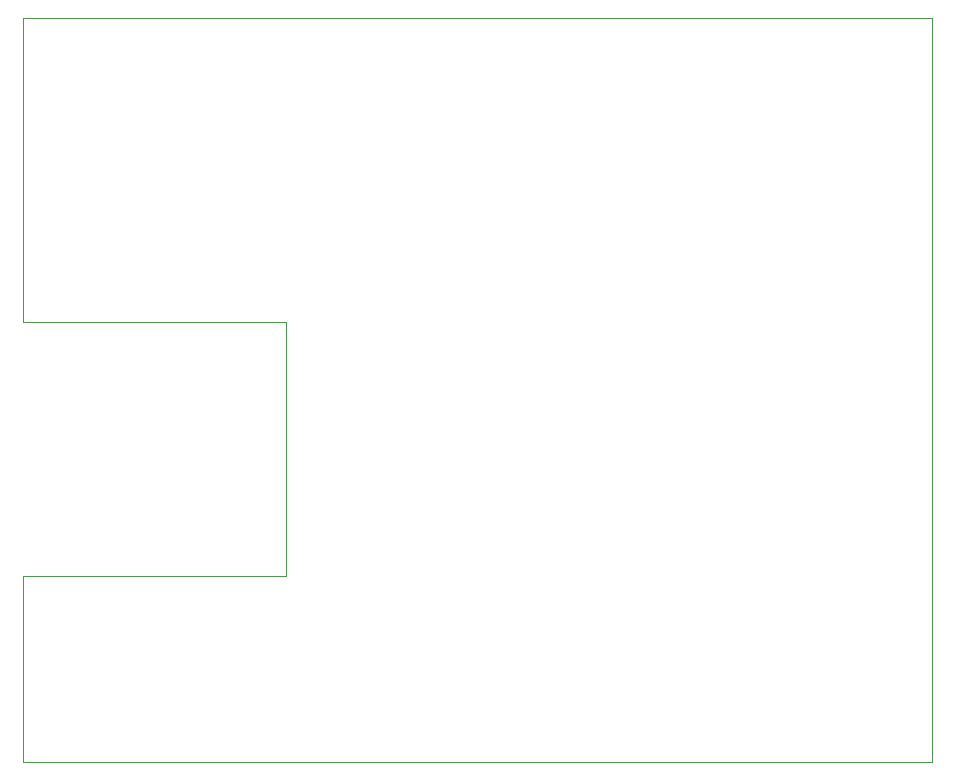
<source format=gm1>
G04 #@! TF.FileFunction,Profile,NP*
%FSLAX46Y46*%
G04 Gerber Fmt 4.6, Leading zero omitted, Abs format (unit mm)*
G04 Created by KiCad (PCBNEW 4.0.7-e2-6376~58~ubuntu16.04.1) date Tue Jan 16 13:24:08 2018*
%MOMM*%
%LPD*%
G01*
G04 APERTURE LIST*
%ADD10C,0.100000*%
%ADD11C,0.020000*%
G04 APERTURE END LIST*
D10*
D11*
X90750000Y-92500000D02*
X90750000Y-66750000D01*
X113000000Y-92500000D02*
X90750000Y-92500000D01*
X113000000Y-114000000D02*
X90750000Y-114000000D01*
X90750000Y-114000000D02*
X90750000Y-129750000D01*
X113000000Y-92500000D02*
X113000000Y-114000000D01*
X167750000Y-66750000D02*
X90750000Y-66750000D01*
X167750000Y-129750000D02*
X167750000Y-66750000D01*
X90750000Y-129750000D02*
X167750000Y-129750000D01*
M02*

</source>
